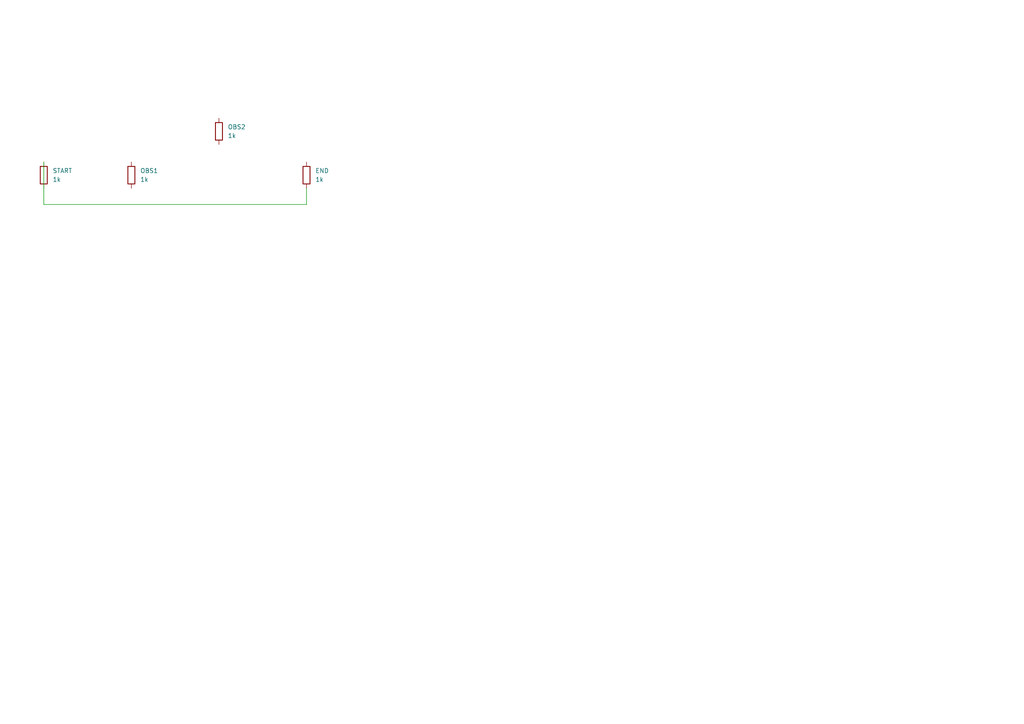
<source format=kicad_sch>
(kicad_sch (version 20250114) (generator "eeschema") (generator_version "9.0")
  (paper "A4")
  (title_block (title "Clearance_2.54"))
  (lib_symbols
    (symbol "Device:R" (pin_numbers (hide yes)) (pin_names (offset 0))
      (property "Reference" "R" (at 2.032 0 90))
      (property "Value" "R" (at 0 0 90))
      (symbol "R_0_1"
        (rectangle (start -1.016 -2.54) (end 1.016 2.54) (stroke (width 0.254)))
      )
      (symbol "R_1_1"
        (pin passive line (at 0 3.81 270) (length 1.27) (name "~") (number "1"))
        (pin passive line (at 0 -3.81 90) (length 1.27) (name "~") (number "2"))
      )
    )
  )
  (symbol (lib_id "Device:R") (at 12.7 50.8 0) (unit 1)
    (property "Reference" "START" (at 15.24 49.5299 0) (effects (justify left)))
    (property "Value" "1k" (at 15.24 52.0699 0) (effects (justify left)))
  )
  (symbol (lib_id "Device:R") (at 38.1 50.8 0) (unit 1)
    (property "Reference" "OBS1" (at 40.64 49.5299 0) (effects (justify left)))
    (property "Value" "1k" (at 40.64 52.0699 0) (effects (justify left)))
  )
  (symbol (lib_id "Device:R") (at 63.5 38.1 0) (unit 1)
    (property "Reference" "OBS2" (at 66.04 36.8299 0) (effects (justify left)))
    (property "Value" "1k" (at 66.04 39.3699 0) (effects (justify left)))
  )
  (symbol (lib_id "Device:R") (at 88.9 50.8 0) (unit 1)
    (property "Reference" "END" (at 91.44 49.5299 0) (effects (justify left)))
    (property "Value" "1k" (at 91.44 52.0699 0) (effects (justify left)))
  )
  (wire (pts (xy 12.7 46.99) (xy 12.7 59.309)))
  (wire (pts (xy 12.7 59.309) (xy 88.9 59.309)))
  (wire (pts (xy 88.9 59.309) (xy 88.9 54.61)))
)
</source>
